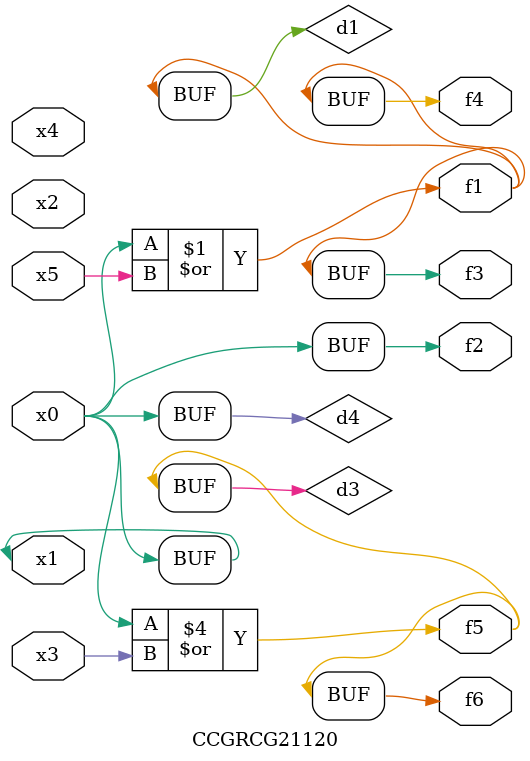
<source format=v>
module CCGRCG21120(
	input x0, x1, x2, x3, x4, x5,
	output f1, f2, f3, f4, f5, f6
);

	wire d1, d2, d3, d4;

	or (d1, x0, x5);
	xnor (d2, x1, x4);
	or (d3, x0, x3);
	buf (d4, x0, x1);
	assign f1 = d1;
	assign f2 = d4;
	assign f3 = d1;
	assign f4 = d1;
	assign f5 = d3;
	assign f6 = d3;
endmodule

</source>
